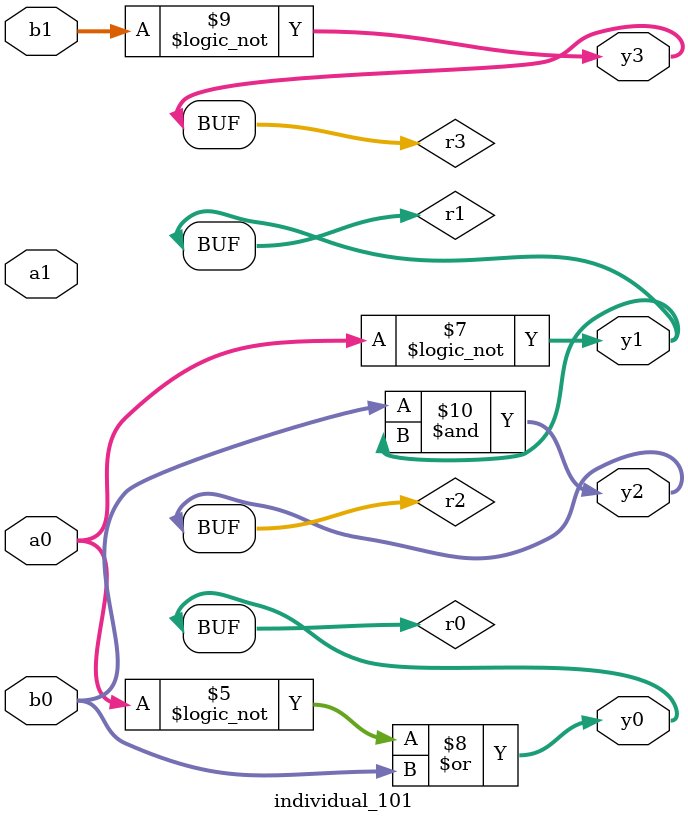
<source format=sv>
module individual_101(input logic [15:0] a1, input logic [15:0] a0, input logic [15:0] b1, input logic [15:0] b0, output logic [15:0] y3, output logic [15:0] y2, output logic [15:0] y1, output logic [15:0] y0);
logic [15:0] r0, r1, r2, r3; 
 always@(*) begin 
	 r0 = a0; r1 = a1; r2 = b0; r3 = b1; 
 	 r3 = ! r1 ;
 	 r3  &=  r3 ;
 	 r0 = ! b0 ;
 	 r0 = ! a0 ;
 	 r1  |=  r1 ;
 	 r1 = ! a0 ;
 	 r0  |=  r2 ;
 	 r3 = ! b1 ;
 	 r2  &=  r1 ;
 	 y3 = r3; y2 = r2; y1 = r1; y0 = r0; 
end
endmodule
</source>
